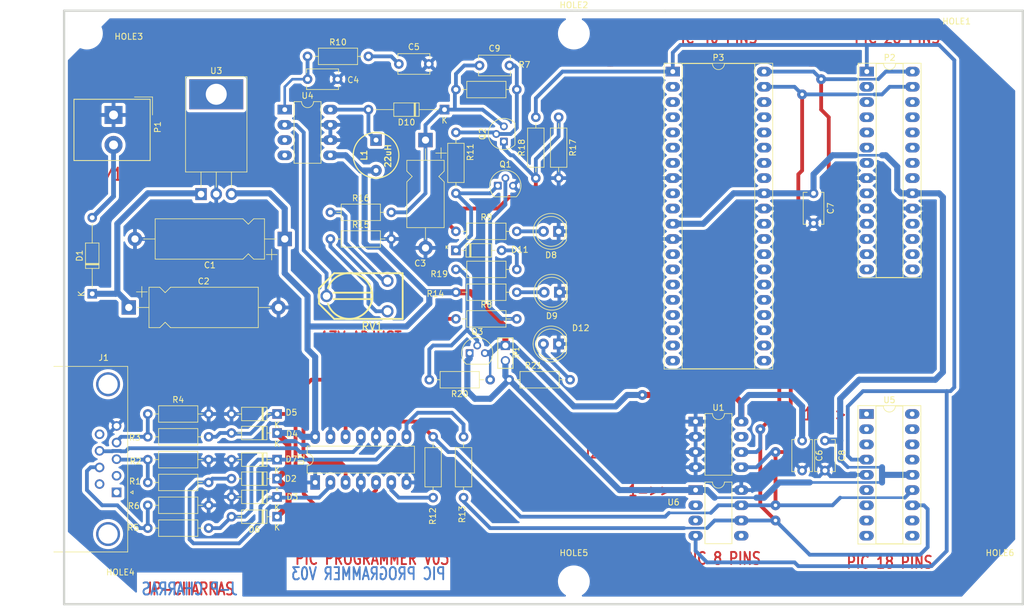
<source format=kicad_pcb>
(kicad_pcb (version 20211014) (generator pcbnew)
  (title_block (title "SERIAL PIC PROGRAMMER"))
  (layers (0 "F.Cu" signal "top_copper") (31 "B.Cu" signal "bottom_copper") (34 "B.Paste" user) (35 "F.Paste" user) (36 "B.SilkS" user "B.Silkscreen") (37 "F.SilkS" user "F.Silkscreen") (38 "B.Mask" user) (39 "F.Mask" user) (44 "Edge.Cuts" user))
  (net 0 "")
  (net 1 "Net-(D1-Pad2)")
  (net 2 "Net-(D2-Pad2)")
  (net 3 "GND")
  (net 4 "VCC")
  (net 5 "VPP")
  (net 6 "VCC_PIC")
  (net 7 "Net-(D4-Pad2)")
  (net 8 "/pic_programmer/PC-CLOCK-OUT")
  (net 9 "VPP-MCLR")
  (net 10 "CLOCK-RB6")
  (net 11 "DATA-RB7")
  (net 12 "Net-(C2-Pad1)")
  (net 13 "Net-(C4-Pad1)")
  (net 14 "Net-(C5-Pad1)")
  (net 15 "Net-(C9-Pad2)")
  (net 16 "Net-(D6-Pad2)")
  (net 17 "Net-(D8-Pad2)")
  (net 18 "Net-(D9-Pad2)")
  (net 19 "Net-(D11-Pad2)")
  (net 20 "Net-(D11-Pad1)")
  (net 21 "Net-(D12-Pad2)")
  (net 22 "Net-(Q1-Pad2)")
  (net 23 "Net-(D10-Pad2)")
  (net 24 "Net-(Q3-Pad2)")
  (net 25 "Net-(R8-Pad1)")
  (net 26 "Net-(R12-Pad1)")
  (net 27 "Net-(R13-Pad1)")
  (net 28 "Net-(R15-Pad1)")
  (net 29 "Net-(R16-Pad1)")
  (net 30 "Net-(RV1-Pad2)")
  (net 31 "Net-(Q2-Pad1)")
  (net 32 "/pic_programmer/VPP_ON")
  (net 33 "/pic_programmer/PC-DATA-OUT")
  (net 34 "/pic_programmer/PC-DATA-IN")
  (footprint "Package_DIP:DIP-40_W15.24mm_Socket_LongPads" (layer "F.Cu") (at 175.26 50.8)
    (fp_text reference "P3")
    (fp_text value "SUPP40")
  )
  (footprint "MountingHole:MountingHole_4.3mm_M4_DIN965" (layer "F.Cu") (at 229.87 44.45)
    (fp_text reference "HOLE1")
    (fp_text value "P***")
  )
  (footprint "MountingHole:MountingHole_4.3mm_M4_DIN965" (layer "F.Cu") (at 229.87 135.89)
    (fp_text reference "HOLE6")
    (fp_text value "P***")
  )
  (footprint "MountingHole:MountingHole_4.3mm_M4_DIN965" (layer "F.Cu") (at 77.47 44.45)
    (fp_text reference "HOLE3")
    (fp_text value "P***")
  )
  (footprint "MountingHole:MountingHole_4.3mm_M4_DIN965" (layer "F.Cu") (at 77.47 135.89)
    (fp_text reference "HOLE4")
    (fp_text value "P***")
  )
  (footprint "MountingHole:MountingHole_4.3mm_M4_DIN965" (layer "F.Cu") (at 158.75 135.89)
    (fp_text reference "HOLE5")
    (fp_text value "P***")
  )
  (footprint "MountingHole:MountingHole_4.3mm_M4_DIN965" (layer "F.Cu") (at 158.75 44.45)
    (fp_text reference "HOLE2")
    (fp_text value "P***")
  )
  (footprint "Package_DIP:DIP-28_W7.62mm_Socket_LongPads" (layer "F.Cu") (at 207.645 50.8)
    (fp_text reference "P2")
    (fp_text value "SUPP28")
  )
  (footprint "Capacitor_THT:CP_Axial_L18.0mm_D6.5mm_P25.00mm_Horizontal" (layer "F.Cu") (at 110.49 78.74 180)
    (fp_text reference "C1")
    (fp_text value "100uF")
  )
  (footprint "Capacitor_THT:CP_Axial_L18.0mm_D6.5mm_P25.00mm_Horizontal" (layer "F.Cu") (at 84.455 90.17)
    (fp_text reference "C2")
    (fp_text value "220uF")
  )
  (footprint "Capacitor_THT:CP_Axial_L11.0mm_D6.0mm_P18.00mm_Horizontal" (layer "F.Cu") (at 133.985 62.23 -90)
    (fp_text reference "C3")
    (fp_text value "22uF/25V")
  )
  (footprint "Capacitor_THT:C_Disc_D5.1mm_W3.2mm_P5.00mm" (layer "F.Cu") (at 114.3 52.07)
    (fp_text reference "C4")
    (fp_text value "0")
  )
  (footprint "Capacitor_THT:C_Disc_D5.1mm_W3.2mm_P5.00mm" (layer "F.Cu") (at 129.54 49.53)
    (fp_text reference "C5")
    (fp_text value "10nF")
  )
  (footprint "Capacitor_THT:C_Disc_D5.1mm_W3.2mm_P5.00mm" (layer "F.Cu") (at 196.85 112.395 -90)
    (fp_text reference "C6")
    (fp_text value "100nF")
  )
  (footprint "Capacitor_THT:C_Disc_D5.1mm_W3.2mm_P5.00mm" (layer "F.Cu") (at 198.755 71.12 -90)
    (fp_text reference "C7")
    (fp_text value "100nF")
  )
  (footprint "Capacitor_THT:C_Disc_D5.1mm_W3.2mm_P5.00mm" (layer "F.Cu") (at 200.66 112.395 -90)
    (fp_text reference "C8")
    (fp_text value "100nF")
  )
  (footprint "Capacitor_THT:C_Disc_D5.1mm_W3.2mm_P5.00mm" (layer "F.Cu") (at 143.002 49.784)
    (fp_text reference "C9")
    (fp_text value "22OnF")
  )
  (footprint "Diode_THT:D_DO-35_SOD27_P12.70mm_Horizontal" (layer "F.Cu") (at 78.359 87.884 90)
    (fp_text reference "D1")
    (fp_text value "1N4004")
  )
  (footprint "Diode_THT:D_DO-35_SOD27_P7.62mm_Horizontal" (layer "F.Cu") (at 109.22 118.745 180)
    (fp_text reference "D2")
    (fp_text value "BAT43")
  )
  (footprint "Diode_THT:D_DO-35_SOD27_P7.62mm_Horizontal" (layer "F.Cu") (at 109.22 121.793 180)
    (fp_text reference "D3")
    (fp_text value "BAT43")
  )
  (footprint "Diode_THT:D_DO-35_SOD27_P7.62mm_Horizontal" (layer "F.Cu") (at 109.22 111.125 180)
    (fp_text reference "D4")
    (fp_text value "BAT43")
  )
  (footprint "Diode_THT:D_DO-35_SOD27_P7.62mm_Horizontal" (layer "F.Cu") (at 109.22 107.95 180)
    (fp_text reference "D5")
    (fp_text value "BAT43")
  )
  (footprint "Diode_THT:D_DO-35_SOD27_P7.62mm_Horizontal" (layer "F.Cu") (at 109.22 125.095 180)
    (fp_text reference "D6")
    (fp_text value "BAT43")
  )
  (footprint "Diode_THT:D_DO-35_SOD27_P7.62mm_Horizontal" (layer "F.Cu") (at 109.22 115.57 180)
    (fp_text reference "D7")
    (fp_text value "BAT43")
  )
  (footprint "LED_THT:LED_D5.0mm" (layer "F.Cu") (at 156.21 77.47 180)
    (fp_text reference "D8")
    (fp_text value "RED-LED")
  )
  (footprint "LED_THT:LED_D5.0mm" (layer "F.Cu") (at 156.337 87.63 180)
    (fp_text reference "D9")
    (fp_text value "GREEN-LED")
  )
  (footprint "Diode_THT:D_DO-35_SOD27_P12.70mm_Horizontal" (layer "F.Cu") (at 137.16 57.15 180)
    (fp_text reference "D10")
    (fp_text value "SCHOTTKY")
  )
  (footprint "Diode_THT:D_DO-35_SOD27_P7.62mm_Horizontal" (layer "F.Cu") (at 139.065 80.645)
    (fp_text reference "D11")
    (fp_text value "BAT43")
  )
  (footprint "LED_THT:LED_D5.0mm" (layer "F.Cu") (at 156.21 96.266 180)
    (fp_text reference "D12")
    (fp_text value "YELLOW-LED")
  )
  (footprint "Connector_Dsub:DSUB-9_Female_Horizontal_P2.77x2.84mm_EdgePinOffset7.70mm_Housed_MountingHolesOffset9.12mm" (layer "F.Cu") (at 82.423 121.031 -90)
    (fp_text reference "J1")
    (fp_text value "DB9-FEMAL")
  )
  (footprint "pin_array:PIN_ARRAY_2X1" (layer "F.Cu") (at 147.32 97.79 -90)
    (fp_text reference "JP1")
    (fp_text value "JUMPER" hide)
  )
  (footprint "inductors:INDUCTOR_V" (layer "F.Cu") (at 125.73 64.77 -90)
    (fp_text reference "L1")
    (fp_text value "22uH")
  )
  (footprint "TerminalBlock_Altech:Altech_AK300_1x02_P5.00mm_45-Degree" (layer "F.Cu") (at 81.915 58.039 -90)
    (fp_text reference "P1")
    (fp_text value "CONN_2")
  )
  (footprint "Package_TO_SOT_THT:TO-92" (layer "F.Cu") (at 146.05 69.85)
    (fp_text reference "Q1")
    (fp_text value "BC237")
  )
  (footprint "Package_TO_SOT_THT:TO-92" (layer "F.Cu") (at 147.066 62.484 90)
    (fp_text reference "Q2")
    (fp_text value "BC307")
  )
  (footprint "Package_TO_SOT_THT:TO-92" (layer "F.Cu") (at 141.351 97.79)
    (fp_text reference "Q3")
    (fp_text value "BC307")
  )
  (footprint "Resistor_THT:R_Axial_DIN0207_L6.3mm_D2.5mm_P10.16mm_Horizontal" (layer "F.Cu") (at 87.63 115.57)
    (fp_text reference "R2")
    (fp_text value "10K")
  )
  (footprint "Resistor_THT:R_Axial_DIN0207_L6.3mm_D2.5mm_P10.16mm_Horizontal" (layer "F.Cu") (at 87.63 111.76)
    (fp_text reference "R3")
    (fp_text value "10K")
  )
  (footprint "Resistor_THT:R_Axial_DIN0207_L6.3mm_D2.5mm_P10.16mm_Horizontal" (layer "F.Cu") (at 87.63 107.95)
    (fp_text reference "R4")
    (fp_text value "10K")
  )
  (footprint "Resistor_THT:R_Axial_DIN0207_L6.3mm_D2.5mm_P10.16mm_Horizontal" (layer "F.Cu") (at 87.63 127)
    (fp_text reference "R5")
    (fp_text value "10K")
  )
  (footprint "Resistor_THT:R_Axial_DIN0207_L6.3mm_D2.5mm_P10.16mm_Horizontal" (layer "F.Cu") (at 87.63 123.19)
    (fp_text reference "R6")
    (fp_text value "10K")
  )
  (footprint "Resistor_THT:R_Axial_DIN0207_L6.3mm_D2.5mm_P10.16mm_Horizontal" (layer "F.Cu") (at 139.065 53.7972)
    (fp_text reference "R7")
    (fp_text value "10K")
  )
  (footprint "Resistor_THT:R_Axial_DIN0207_L6.3mm_D2.5mm_P10.16mm_Horizontal" (layer "F.Cu") (at 139.065 92.075)
    (fp_text reference "R8")
    (fp_text value "1K")
  )
  (footprint "Resistor_THT:R_Axial_DIN0207_L6.3mm_D2.5mm_P10.16mm_Horizontal" (layer "F.Cu") (at 139.065 77.47)
    (fp_text reference "R9")
    (fp_text value "2.2K")
  )
  (footprint "Resistor_THT:R_Axial_DIN0207_L6.3mm_D2.5mm_P10.16mm_Horizontal" (layer "F.Cu") (at 114.3 48.26)
    (fp_text reference "R10")
    (fp_text value "5.1K")
  )
  (footprint "Resistor_THT:R_Axial_DIN0207_L6.3mm_D2.5mm_P10.16mm_Horizontal" (layer "F.Cu") (at 139.065 71.12 90)
    (fp_text reference "R11")
    (fp_text value "22K")
  )
  (footprint "Resistor_THT:R_Axial_DIN0207_L6.3mm_D2.5mm_P10.16mm_Horizontal" (layer "F.Cu") (at 135.255 121.92 90)
    (fp_text reference "R12")
    (fp_text value "470")
  )
  (footprint "Resistor_THT:R_Axial_DIN0207_L6.3mm_D2.5mm_P10.16mm_Horizontal" (layer "F.Cu") (at 140.335 111.76 -90)
    (fp_text reference "R13")
    (fp_text value "470")
  )
  (footprint "Resistor_THT:R_Axial_DIN0207_L6.3mm_D2.5mm_P10.16mm_Horizontal" (layer "F.Cu") (at 139.065 87.63)
    (fp_text reference "R14")
    (fp_text value "470")
  )
  (footprint "Resistor_THT:R_Axial_DIN0207_L6.3mm_D2.5mm_P10.16mm_Horizontal" (layer "F.Cu") (at 118.11 78.74)
    (fp_text reference "R15")
    (fp_text value "6.2K")
  )
  (footprint "Resistor_THT:R_Axial_DIN0207_L6.3mm_D2.5mm_P10.16mm_Horizontal" (layer "F.Cu") (at 156.21 58.42 -90)
    (fp_text reference "R17")
    (fp_text value "22K")
  )
  (footprint "Resistor_THT:R_Axial_DIN0207_L6.3mm_D2.5mm_P10.16mm_Horizontal" (layer "F.Cu") (at 152.4 68.58 90)
    (fp_text reference "R18")
    (fp_text value "220")
  )
  (footprint "Resistor_THT:R_Axial_DIN0207_L6.3mm_D2.5mm_P10.16mm_Horizontal" (layer "F.Cu") (at 149.225 83.82 180)
    (fp_text reference "R19")
    (fp_text value "2.2K")
  )
  (footprint "Resistor_THT:R_Axial_DIN0207_L6.3mm_D2.5mm_P10.16mm_Horizontal" (layer "F.Cu") (at 147.955 102.235)
    (fp_text reference "R21")
    (fp_text value "470")
  )
  (footprint "pic_programmer_fp:RV2X4" (layer "F.Cu") (at 127.635 90.805 180)
    (fp_text reference "RV1")
    (fp_text value "1K")
  )
  (footprint "Package_DIP:DIP-8_W7.62mm_LongPads" (layer "F.Cu") (at 179.07 109.22)
    (fp_text reference "U1")
    (fp_text value "24Cxx")
  )
  (footprint "Package_DIP:DIP-14_W7.62mm_LongPads" (layer "F.Cu") (at 115.57 119.38 90)
    (fp_text reference "U2")
    (fp_text value "74HC125")
  )
  (footprint "Package_TO_SOT_THT:TO-220-3_Horizontal_TabDown" (layer "F.Cu") (at 96.52 71.247)
    (fp_text reference "U3")
    (fp_text value "7805")
  )
  (footprint "Package_DIP:DIP-8_W7.62mm_LongPads" (layer "F.Cu") (at 110.49 57.15)
    (fp_text reference "U4")
    (fp_text value "LT1373")
  )
  (footprint "Package_DIP:DIP-18_W7.62mm_Socket_LongPads" (layer "F.Cu") (at 207.6 107.95)
    (fp_text reference "U5")
    (fp_text value "PIC_18_PINS")
  )
  (footprint "Package_DIP:DIP-8_W7.62mm_LongPads" (layer "F.Cu") (at 179.07 120.65)
    (fp_text reference "U6")
    (fp_text value "PIC_8_PINS")
  )
  (footprint "Resistor_THT:R_Axial_DIN0207_L6.3mm_D2.5mm_P10.16mm_Horizontal" (layer "F.Cu") (at 87.63 119.38)
    (fp_text reference "R1")
    (fp_text value "10K")
  )
  (footprint "Resistor_THT:R_Axial_DIN0207_L6.3mm_D2.5mm_P10.16mm_Horizontal" (layer "F.Cu") (at 144.78 102.235 180)
    (fp_text reference "R20")
    (fp_text value "2.2K")
  )
  (footprint "Resistor_THT:R_Axial_DIN0207_L6.3mm_D2.5mm_P10.16mm_Horizontal" (layer "F.Cu") (at 118.11 74.295)
    (fp_text reference "R16")
    (fp_text value "62K")
  )
  (gr_line (start 173.99 40.64) (end 233.68 40.64) (layer "Edge.Cuts") (width 0.381))
  (gr_line (start 233.68 139.7) (end 73.66 139.7) (layer "Edge.Cuts") (width 0.381))
  (gr_line (start 73.66 40.64) (end 173.99 40.64) (layer "Edge.Cuts") (width 0.381))
  (gr_line (start 73.66 139.7) (end 73.66 40.64) (layer "Edge.Cuts") (width 0.381))
  (gr_line (start 233.68 40.64) (end 233.68 139.7) (layer "Edge.Cuts") (width 0.381))
  (gr_text "PIC 28 PINS" (at 212.725 45.085) (layer "F.Cu") (effects (font (size 2.032 1.524) (thickness 0.3048))))
  (gr_text "PIC 8 PINS" (at 183.515 132.08) (layer "F.Cu") (effects (font (size 2.032 1.524) (thickness 0.3048))))
  (gr_text "VCC ON" (at 163.322 96.901) (layer "F.Cu") (effects (font (size 2.032 1.524) (thickness 0.3048))))
  (gr_text "PIC PROGRAMMER V03" (at 125.095 132.08) (layer "F.Cu") (effects (font (size 2.032 1.524) (thickness 0.3048))))
  (gr_text "1=>>" (at 167.64 48.895) (layer "F.Cu") (effects (font (size 2.032 1.524) (thickness 0.3048))))
  (gr_text "PIC 40 PINS" (at 182.245 45.085) (layer "F.Cu") (effects (font (size 2.032 1.524) (thickness 0.3048))))
  (gr_text "1=>>" (at 171.45 109.22) (layer "F.Cu") (effects (font (size 2.032 1.524) (thickness 0.3048))))
  (gr_text "VPP ON" (at 163.449 76.835) (layer "F.Cu") (effects (font (size 2.032 1.524) (thickness 0.3048))))
  (gr_text "1=>>" (at 201.295 48.895) (layer "F.Cu") (effects (font (size 2.032 1.524) (thickness 0.3048))))
  (gr_text "JP-CHARRAS" (at 94.615 137.16) (layer "F.Cu") (effects (font (size 2.032 1.524) (thickness 0.3048))))
  (gr_text "I2C PROM" (at 166.37 114.3) (layer "F.Cu") (effects (font (size 2.032 1.524) (thickness 0.3048))))
  (gr_text "+8/12V" (at 81.534 67.945) (layer "F.Cu") (effects (font (size 2.032 1.524) (thickness 0.3048))))
  (gr_text "PIC 18 PINS" (at 211.455 132.715) (layer "F.Cu") (effects (font (size 2.032 1.524) (thickness 0.3048))))
  (gr_text "PWR ON" (at 163.449 88.011) (layer "F.Cu") (effects (font (size 2.032 1.524) (thickness 0.3048))))
  (gr_text "13V ADJUST" (at 123.19 95.25) (layer "F.Cu") (effects (font (size 2.032 1.524) (thickness 0.3048))))
  (gr_text "1=>>" (at 171.45 120.65) (layer "F.Cu") (effects (font (size 2.032 1.524) (thickness 0.3048))))
  (gr_text "1=>>" (at 200.66 107.95) (layer "F.Cu") (effects (font (size 2.032 1.524) (thickness 0.3048))))
  (gr_text "PIC PROGRAMMER V03" (at 124.46 134.62) (layer "B.Cu") (effects (font (size 2.032 1.524) (thickness 0.3048)) (justify mirror)))
  (gr_text "J-P CHARRAS" (at 94.615 137.16) (layer "B.Cu") (effects (font (size 2.032 1.524) (thickness 0.3048)) (justify mirror)))
  (segment (start 78.359 75.184) (end 81.915 71.628) (width 0.8) (layer "B.Cu") (net 1))
  (segment (start 81.915 71.628) (end 81.915 63.039) (width 0.8) (layer "B.Cu") (net 1))
  (segment (start 109.22 121.92) (end 116.205 121.92) (width 0.635) (layer "B.Cu") (net 2))
  (segment (start 95.25 129.54) (end 102.87 129.54) (width 0.635) (layer "B.Cu") (net 2))
  (segment (start 97.79 119.38) (end 98.425 118.745) (width 0.635) (layer "B.Cu") (net 2))
  (segment (start 94.615 120.65) (end 94.615 128.905) (width 0.635) (layer "B.Cu") (net 2))
  (segment (start 94.615 128.905) (end 95.25 129.54) (width 0.635) (layer "B.Cu") (net 2))
  (segment (start 106.426 125.984) (end 106.426 123.3932) (width 0.635) (layer "B.Cu") (net 2))
  (segment (start 98.425 118.745) (end 101.6 118.745) (width 0.635) (layer "B.Cu") (net 2))
  (segment (start 118.11 120.015) (end 118.11 119.38) (width 0.635) (layer "B.Cu") (net 2))
  (segment (start 95.885 119.38) (end 94.615 120.65) (width 0.635) (layer "B.Cu") (net 2))
  (segment (start 97.79 119.38) (end 95.885 119.38) (width 0.635) (layer "B.Cu") (net 2))
  (segment (start 107.8992 121.92) (end 109.22 121.92) (width 0.635) (layer "B.Cu") (net 2))
  (segment (start 116.205 121.92) (end 118.11 120.015) (width 0.635) (layer "B.Cu") (net 2))
  (segment (start 102.87 129.54) (end 106.426 125.984) (width 0.635) (layer "B.Cu") (net 2))
  (segment (start 106.426 123.3932) (end 107.8992 121.92) (width 0.635) (layer "B.Cu") (net 2))
  (segment (start 111.0742 116.8908) (end 109.22 118.745) (width 1.016) (layer "F.Cu") (net 4))
  (segment (start 139.065 87.63) (end 141.478 87.63) (width 1.016) (layer "F.Cu") (net 4))
  (segment (start 141.478 87.63) (end 147.32 93.472) (width 1.016) (layer "F.Cu") (net 4))
  (segment (start 111.125 120.65) (end 111.125 123.19) (width 1.016) (layer "F.Cu") (net 4))
  (segment (start 185.42 104.775) (end 186.69 106.045) (width 1.016) (layer "F.Cu") (net 4))
  (segment (start 147.32 93.472) (end 147.32 96.52) (width 1.016) (layer "F.Cu") (net 4))
  (segment (start 111.0742 113.0808) (end 111.0742 116.8908) (width 1.016) (layer "F.Cu") (net 4))
  (segment (start 110.49 112.395) (end 110.49 112.4966) (width 1.016) (layer "F.Cu") (net 4))
  (segment (start 110.49 112.4966) (end 111.0742 113.0808) (width 1.016) (layer "F.Cu") (net 4))
  (segment (start 109.22 118.745) (end 111.125 120.65) (width 1.016) (layer "F.Cu") (net 4))
  (segment (start 186.69 106.045) (end 186.69 109.22) (width 1.016) (layer "F.Cu") (net 4))
  (segment (start 111.125 123.19) (end 109.855 124.46) (width 1.016) (layer "F.Cu") (net 4))
  (segment (start 170.18 104.775) (end 185.42 104.775) (width 1.016) (layer "F.Cu") (net 4))
  (segment (start 109.22 111.125) (end 110.49 112.395) (width 1.016) (layer "F.Cu") (net 4))
  (via (at 170.18 104.775) (size 1.651) (drill 0.6) (layers "F.Cu" "B.Cu") (net 4))
  (segment (start 123.19 67.31) (end 120.65 64.77) (width 1.016) (layer "B.Cu") (net 4))
  (segment (start 101.6 71.12) (end 107.95 71.12) (width 1.016) (layer "B.Cu") (net 4))
  (segment (start 134.62 89.535) (end 134.62 87.63) (width 1.016) (layer "B.Cu") (net 4))
  (segment (start 123.825 67.31) (end 123.19 67.31) (width 1.016) (layer "B.Cu") (net 4))
  (segment (start 147.32 96.52) (end 146.05 96.52) (width 1.016) (layer "B.Cu") (net 4))
  (segment (start 158.75 106.68) (end 165.735 106.68) (width 1.016) (layer "B.Cu") (net 4))
  (segment (start 126.365 80.01) (end 124.46 80.01) (width 1.016) (layer "B.Cu") (net 4))
  (segment (start 118.11 64.77) (end 120.65 64.77) (width 1.016) (layer "B.Cu") (net 4))
  (segment (start 114.3 93.345) (end 114.3 97.155) (width 1.016) (layer "B.Cu") (net 4))
  (segment (start 114.3 93.345) (end 130.81 93.345) (width 1.016) (layer "B.Cu") (net 4))
  (segment (start 114.3 97.155) (end 115.57 98.425) (width 1.016) (layer "B.Cu") (net 4))
  (segment (start 186.69 106.045) (end 187.96 104.775) (width 1.016) (layer "B.Cu") (net 4))
  (segment (start 115.57 98.425) (end 115.57 111.76) (width 1.016) (layer "B.Cu") (net 4))
  (segment (start 130.81 93.345) (end 134.62 89.535) (width 1.016) (layer "B.Cu") (net 4))
  (segment (start 165.735 106.68) (end 167.64 104.775) (width 1.016) (layer "B.Cu") (net 4))
  (segment (start 148.59 96.52) (end 158.75 106.68) (width 1.016) (layer "B.Cu") (net 4))
  (segment (start 124.46 80.01) (end 123.825 79.375) (width 1.016) (layer "B.Cu") (net 4))
  (segment (start 113.3856 111.76) (end 115.57 111.76) (width 1.016) (layer "B.Cu") (net 4))
  (segment (start 196.85 112.395) (end 196.85 106.68) (width 1.016) (layer "B.Cu") (net 4))
  (segment (start 134.62 87.63) (end 133.985 87.63) (width 1.016) (layer "B.Cu") (net 4))
  (segment (start 146.05 96.52) (end 144.78 97.79) (width 1.016) (layer "B.Cu") (net 4))
  (segment (start 144.78 102.235) (end 144.78 97.79) (width 0.4) (layer "B.Cu") (net 4))
  (segment (start 144.78 97.79) (end 143.891 97.79) (width 1.016) (layer "B.Cu") (net 4))
  (segment (start 109.22 111.125) (end 112.7506 111.125) (width 1.016) (layer "B.Cu") (net 4))
  (segment (start 125.73 67.31) (end 123.825 67.31) (width 1.016) (layer "B.Cu") (net 4))
  (segment (start 167.64 104.775) (end 170.18 104.775) (width 1.016) (layer "B.Cu") (net 4))
  (segment (start 139.065 87.63) (end 134.62 87.63) (width 1.016) (layer "B.Cu") (net 4))
  (segment (start 114.3 88.265) (end 114.3 93.345) (width 1.016) (layer "B.Cu") (net 4))
  (segment (start 110.49 73.66) (end 107.95 71.12) (width 1.016) (layer "B.Cu") (net 4))
  (segment (start 196.85 106.68) (end 194.945 104.775) (width 1.016) (layer "B.Cu") (net 4))
  (segment (start 147.32 96.52) (end 148.59 96.52) (width 1.016) (layer "B.Cu") (net 4))
  (segment (start 186.69 109.22) (end 186.69 106.045) (width 1.016) (layer "B.Cu") (net 4))
  (segment (start 112.7506 111.125) (end 113.3856 111.76) (width 1.016) (layer "B.Cu") (net 4))
  (segment (start 133.985 87.63) (end 126.365 80.01) (width 1.016) (layer "B.Cu") (net 4))
  (segment (start 187.96 104.775) (end 194.945 104.775) (width 1.016) (layer "B.Cu") (net 4))
  (segment (start 123.825 79.375) (end 123.825 67.31) (width 1.016) (layer "B.Cu") (net 4))
  (segment (start 110.49 78.74) (end 110.49 73.66) (width 1.016) (layer "B.Cu") (net 4))
  (segment (start 110.49 84.455) (end 114.3 88.265) (width 1.016) (layer "B.Cu") (net 4))
  (segment (start 110.49 78.74) (end 110.49 84.455) (width 1.016) (layer "B.Cu") (net 4))
  (segment (start 138.8872 53.975) (end 139.065 53.7972) (width 0.635) (layer "B.Cu") (net 5))
  (segment (start 138.8872 57.15) (end 138.8872 53.975) (width 0.635) (layer "B.Cu") (net 5))
  (segment (start 137.16 57.15) (end 138.8872 57.15) (width 0.635) (layer "B.Cu") (net 5))
  (segment (start 130.81 74.295) (end 128.27 74.295) (width 0.635) (layer "B.Cu") (net 5))
  (segment (start 133.985 62.23) (end 133.985 71.12) (width 0.635) (layer "B.Cu") (net 5))
  (segment (start 138.8872 57.15) (end 143.51 57.15) (width 0.635) (layer "B.Cu") (net 5))
  (segment (start 133.985 62.23) (end 133.985 59.69) (width 0.635) (layer "B.Cu") (net 5))
  (segment (start 136.525 57.15) (end 137.16 57.15) (width 0.635) (layer "B.Cu") (net 5))
  (segment (start 133.985 71.12) (end 130.81 74.295) (width 0.635) (layer "B.Cu") (net 5))
  (segment (start 139.065 51.181) (end 140.462 49.784) (width 0.635) (layer "B.Cu") (net 5))
  (segment (start 139.065 53.7972) (end 139.065 51.181) (width 0.635) (layer "B.Cu") (net 5))
  (segment (start 143.51 57.15) (end 147.066 59.944) (width 0.635) (layer "B.Cu") (net 5))
  (segment (start 136.525 57.15) (end 133.985 59.69) (width 0.635) (layer "B.Cu") (net 5))
  (segment (start 140.462 49.784) (end 143.002 49.784) (width 0.635) (layer "B.Cu") (net 5))
  (segment (start 190.5 121.92) (end 193.04 119.38) (width 1.016) (layer "B.Cu") (net 6))
  (segment (start 204.47 116.84) (end 210.185 116.84) (width 0.4318) (layer "B.Cu") (net 6))
  (segment (start 219.075 102.235) (end 220.345 100.965) (width 1.016) (layer "B.Cu") (net 6))
  (segment (start 175.26 76.2) (end 180.34 76.2) (width 1.016) (layer "B.Cu") (net 6))
  (segment (start 185.42 71.12) (end 190.5 71.12) (width 1.016) (layer "B.Cu") (net 6))
  (segment (start 210.185 119.38) (end 210.185 118.11) (width 1.016) (layer "B.Cu") (net 6))
  (segment (start 141.351 98.679) (end 141.351 97.79) (width 1.016) (layer "B.Cu") (net 6))
  (segment (start 198.12 119.38) (end 210.185 119.38) (width 0.4318) (layer "B.Cu") (net 6))
  (segment (start 203.2 105.41) (end 203.2 112.395) (width 1.016) (layer "B.Cu") (net 6))
  (segment (start 201.93 64.77) (end 205.74 64.77) (width 1.016) (layer "B.Cu") (net 6))
  (segment (start 166.37 120.65) (end 147.955 102.235) (width 1.016) (layer "B.Cu") (net 6))
  (segment (start 179.07 120.65) (end 180.975 120.65) (width 1.016) (layer "B.Cu") (net 6))
  (segment (start 144.78 105.41) (end 142.24 105.41) (width 1.016) (layer "B.Cu") (net 6))
  (segment (start 220.345 100.965) (end 220.345 71.755) (width 1.016) (layer "B.Cu") (net 6))
  (segment (start 212.725 70.485) (end 213.36 71.12) (width 1.016) (layer "B.Cu") (net 6))
  (segment (start 213.36 71.12) (end 215.265 71.12) (width 1.016) (layer "B.Cu") (net 6))
  (segment (start 189.23 121.92) (end 190.5 121.92) (width 1.016) (layer "B.Cu") (net 6))
  (segment (start 219.71 71.12) (end 215.265 71.12) (width 1.016) (layer "B.Cu") (net 6))
  (segment (start 203.2 112.395) (end 203.2 115.57) (width 1.016) (layer "B.Cu") (net 6))
  (segment (start 203.2 105.41) (end 206.375 102.235) (width 1.016) (layer "B.Cu") (net 6))
  (segment (start 179.07 120.65) (end 166.37 120.65) (width 1.016) (layer "B.Cu") (net 6))
  (segment (start 210.185 118.11) (end 210.185 116.84) (width 1.016) (layer "B.Cu") (net 6))
  (segment (start 147.32 99.06) (end 147.32 101.6) (width 1.016) (layer "B.Cu") (net 6))
  (segment (start 200.66 112.395) (end 203.2 112.395) (width 1.016) (layer "B.Cu") (net 6))
  (segment (start 210.185 64.77) (end 210.82 64.77) (width 1.016) (layer "B.Cu") (net 6))
  (segment (start 210.82 64.77) (end 212.725 66.675) (width 1.016) (layer "B.Cu") (net 6))
  (segment (start 190.5 71.12) (end 198.755 71.12) (width 1.016) (layer "B.Cu") (net 6))
  (segment (start 140.97 99.06) (end 141.351 98.679) (width 1.016) (layer "B.Cu") (net 6))
  (segment (start 198.755 71.12) (end 198.755 67.945) (width 1.016) (layer "B.Cu") (net 6))
  (segment (start 206.375 102.235) (end 219.075 102.235) (width 1.016) (layer "B.Cu") (net 6))
  (segment (start 198.755 67.945) (end 201.93 64.77) (width 1.016) (layer "B.Cu") (net 6))
  (segment (start 142.24 105.41) (end 140.97 104.14) (width 1.016) (layer "B.Cu") (net 6))
  (segment (start 140.97 104.14) (end 140.97 99.06) (width 1.016) (layer "B.Cu") (net 6))
  (segment (start 205.74 64.77) (end 210.185 64.77) (width 0.4318) (layer "B.Cu") (net 6))
  (segment (start 182.245 121.92) (end 189.23 121.92) (width 0.4318) (layer "B.Cu") (net 6))
  (segment (start 193.04 119.38) (end 198.12 119.38) (width 1.016) (layer "B.Cu") (net 6))
  (segment (start 203.2 115.57) (end 204.47 116.84) (width 0.635) (layer "B.Cu") (net 6))
  (segment (start 147.955 102.235) (end 144.78 105.41) (width 1.016) (layer "B.Cu") (net 6))
  (segment (start 212.725 66.675) (end 212.725 70.485) (width 1.016) (layer "B.Cu") (net 6))
  (segment (start 220.345 71.755) (end 219.71 71.12) (width 1.016) (layer "B.Cu") (net 6))
  (segment (start 147.32 101.6) (end 147.955 102.235) (width 1.016) (layer "B.Cu") (net 6))
  (segment (start 210.185 118.11) (end 215.265 118.11) (width 1.016) (layer "B.Cu") (net 6))
  (segment (start 180.975 120.65) (end 182.245 121.92) (width 1.016) (layer "B.Cu") (net 6))
  (segment (start 180.34 76.2) (end 185.42 71.12) (width 1.016) (layer "B.Cu") (net 6))
  (segment (start 112.2934 117.3734) (end 113.665 118.745) (width 0.635) (layer "F.Cu") (net 7))
  (segment (start 125.73 120.65) (end 125.73 119.38) (width 0.635) (layer "F.Cu") (net 7))
  (segment (start 109.22 107.95) (end 111.125 107.95) (width 0.635) (layer "F.Cu") (net 7))
  (segment (start 111.125 107.95) (end 112.2934 109.1184) (width 0.635) (layer "F.Cu") (net 7))
  (segment (start 123.19 123.19) (end 125.73 120.65) (width 0.635) (layer "F.Cu") (net 7))
  (segment (start 112.2934 109.1184) (end 112.2934 117.3734) (width 0.635) (layer "F.Cu") (net 7))
  (segment (start 115.57 123.19) (end 123.19 123.19) (width 0.635) (layer "F.Cu") (net 7))
  (segment (start 113.665 118.745) (end 113.665 121.285) (width 0.635) (layer "F.Cu") (net 7))
  (segment (start 113.665 121.285) (end 115.57 123.19) (width 0.635) (layer "F.Cu") (net 7))
  (segment (start 107.95 107.95) (end 109.22 107.95) (width 0.635) (layer "B.Cu") (net 7))
  (segment (start 106.807 109.093) (end 107.95 107.95) (width 0.635) (layer "B.Cu") (net 7))
  (segment (start 106.807 109.22) (end 104.775 111.252) (width 0.635) (layer "B.Cu") (net 7))
  (segment (start 106.807 109.22) (end 106.807 109.093) (width 0.635) (layer "B.Cu") (net 7))
  (segment (start 104.775 111.252) (end 101.727 111.252) (width 0.635) (layer "B.Cu") (net 7))
  (segment (start 99.695 111.125) (end 101.6 111.125) (width 0.635) (layer "B.Cu") (net 7))
  (segment (start 97.79 111.76) (end 99.06 111.76) (width 0.635) (layer "B.Cu") (net 7))
  (segment (start 101.727 111.252) (end 101.6 111.125) (width 0.635) (layer "B.Cu") (net 7))
  (segment (start 99.06 111.76) (end 99.695 111.125) (width 0.635) (layer "B.Cu") (net 7))
  (segment (start 82.55 123.19) (end 80.01 123.19) (width 0.635) (layer "B.Cu") (net 8))
  (segment (start 80.01 123.19) (end 77.47 120.65) (width 0.635) (layer "B.Cu") (net 8))
  (segment (start 77.47 117.475) (end 78.105 116.84) (width 0.635) (layer "B.Cu") (net 8))
  (segment (start 87.63 127) (end 87.63 123.19) (width 0.635) (layer "B.Cu") (net 8))
  (segment (start 78.105 116.84) (end 80.01 116.84) (width 0.635) (layer "B.Cu") (net 8))
  (segment (start 77.47 120.65) (end 77.47 117.475) (width 0.635) (layer "B.Cu") (net 8))
  (segment (start 87.63 127) (end 86.36 127) (width 0.635) (layer "B.Cu") (net 8))
  (segment (start 86.36 127) (end 82.55 123.19) (width 0.635) (layer "B.Cu") (net 8))
  (segment (start 218.44 133.35) (end 220.98 130.81) (width 0.635) (layer "B.Cu") (net 9))
  (segment (start 207.645 46.355) (end 176.53 46.355) (width 0.635) (layer "B.Cu") (net 9))
  (segment (start 222.25 48.895) (end 219.71 46.355) (width 0.635) (layer "B.Cu") (net 9))
  (segment (start 221.615 104.14) (end 220.98 104.14) (width 0.635) (layer "B.Cu") (net 9))
  (segment (start 207.645 50.8) (end 207.645 46.355) (width 0.635) (layer "B.Cu") (net 9))
  (segment (start 205.105 115.57) (end 204.47 114.935) (width 0.635) (layer "B.Cu") (net 9))
  (segment (start 207.645 115.57) (end 205.105 115.57) (width 0.635) (layer "B.Cu") (net 9))
  (segment (start 156.845 50.8) (end 152.4 55.245) (width 0.635) (layer "B.Cu") (net 9))
  (segment (start 179.07 130.81) (end 179.07 128.27) (width 0.635) (layer "B.Cu") (net 9))
  (segment (start 221.615 104.14) (end 222.25 103.505) (width 0.635) (layer "B.Cu") (net 9))
  (segment (start 222.25 48.895) (end 222.25 103.505) (width 0.635) (layer "B.Cu") (net 9))
  (segment (start 175.26 47.625) (end 176.53 46.355) (width 0.635) (layer "B.Cu") (net 9))
  (segment (start 175.26 50.8) (end 175.26 47.625) (width 0.635) (layer "B.Cu") (net 9))
  (segment (start 220.98 130.81) (end 220.98 104.14) (width 0.635) (layer "B.Cu") (net 9))
  (segment (start 195.58 132.715) (end 196.215 133.35) (width 0.635) (layer "B.Cu") (net 9))
  (segment (start 152.4 55.245) (end 152.4 58.42) (width 0.635) (layer "B.Cu") (net 9))
  (segment (start 179.07 130.81) (end 180.975 132.715) (width 0.635) (layer "B.Cu") (net 9))
  (segment (start 156.845 50.8) (end 175.26 50.8) (width 0.635) (layer "B.Cu") (net 9))
  (segment (start 204.47 114.935) (end 204.47 106.68) (width 0.635) (layer "B.Cu") (net 9))
  (segment (start 219.71 46.355) (end 207.645 46.355) (width 0.635) (layer "B.Cu") (net 9))
  (segment (start 204.47 106.68) (end 207.01 104.14) (width 0.635) (layer "B.Cu") (net 9))
  (segment (start 196.215 133.35) (end 218.44 133.35) (width 0.635) (layer "B.Cu") (net 9))
  (segment (start 195.58 132.715) (end 180.975 132.715) (width 0.635) (layer "B.Cu") (net 9))
  (segment (start 207.01 104.14) (end 220.98 104.14) (width 0.635) (layer "B.Cu") (net 9))
  (segment (start 196.215 67.945) (end 196.85 67.31) (width 0.635) (layer "F.Cu") (net 10))
  (segment (start 189.865 123.19) (end 192.405 125.73) (width 0.635) (layer "F.Cu") (net 10))
  (segment (start 189.865 110.49) (end 189.865 123.19) (width 0.635) (layer "F.Cu") (net 10))
  (segment (start 196.85 67.31) (end 196.85 54.61) (width 0.635) (layer "F.Cu") (net 10))
  (segment (start 193.04 107.315) (end 193.04 75.565) (width 0.635) (layer "F.Cu") (net 10))
  (segment (start 196.215 72.39) (end 196.215 67.945) (width 0.635) (layer "F.Cu") (net 10))
  (segment (start 193.04 107.315) (end 189.865 110.49) (width 0.635) (layer "F.Cu") (net 10))
  (segment (start 193.04 75.565) (end 196.215 72.39) (width 0.635) (layer "F.Cu") (net 10))
  (via (at 189.865 110.49) (size 1.651) (drill 0.6) (layers "F.Cu" "B.Cu") (net 10))
  (via (at 192.405 125.73) (size 1.651) (drill 0.6) (layers "F.Cu" "B.Cu") (net 10))
  (via (at 196.85 54.61) (size 1.651) (drill 0.6) (layers "F.Cu" "B.Cu") (net 10))
  (segment (start 190.5 53.34) (end 195.58 53.34) (width 0.635) (layer "B.Cu") (net 10))
  (segment (start 217.17 123.19) (end 215.265 123.19) (width 0.635) (layer "B.Cu") (net 10))
  (segment (start 144.78 127) (end 177.165 127) (width 0.635) (layer "B.Cu") (net 10))
  (segment (start 177.165 127) (end 180.975 127) (width 0.4318) (layer "B.Cu") (net 10))
  (segment (start 182.245 125.73) (end 180.975 127) (width 0.635) (layer "B.Cu") (net 10))
  (segment (start 216.535 131.445) (end 217.805 130.175) (width 0.635) (layer "B.Cu") (net 10))
  (segment (start 182.245 125.73) (end 186.69 125.73) (width 0.635) (layer "B.Cu") (net 10))
  (segment (start 189.865 113.665) (end 189.23 114.3) (width 0.635) (layer "B.Cu") (net 10))
  (segment (start 211.455 53.34) (end 210.185 54.61) (width 0.635) (layer "B.Cu") (net 10))
  (segment (start 198.12 131.445) (end 216.535 131.445) (width 0.635) (layer "B.Cu") (net 10))
  (segment (start 205.74 54.61) (end 208.915 54.61) (width 0.4318) (layer "B.Cu") (net 10))
  (segment (start 196.85 54.61) (end 205.74 54.61) (width 0.635) (layer "B.Cu") (net 10))
  (segment (start 217.805 130.175) (end 217.805 123.825) (width 0.635) (layer "B.Cu") (net 10))
  (segment (start 210.185 54.61) (end 208.915 54.61) (width 0.635) (layer "B.Cu") (net 10))
  (segment (start 189.23 114.3) (end 186.69 114.3) (width 0.635) (layer "B.Cu") (net 10))
  (segment (start 211.455 53.34) (end 215.265 53.34) (width 0.635) (layer "B.Cu") (net 10))
  (segment (start 189.865 110.49) (end 189.865 113.665) (width 0.635) (layer "B.Cu") (net 10))
  (segment (start 140.335 122.555) (end 144.78 127) (width 0.635) (layer "B.Cu") (net 10))
  (segment (start 192.405 125.73) (end 198.12 131.445) (width 0.635) (layer "B.Cu") (net 10))
  (segment (start 195.58 53.34) (end 196.85 54.61) (width 0.635) (layer "B.Cu") (net 10))
  (segment (start 140.335 121.92) (end 140.335 122.555) (width 0.635) (layer "B.Cu") (net 10))
  (segment (start 186.69 125.73) (end 192.405 125.73) (width 0.635) (layer "B.Cu") (net 10))
  (segment (start 217.805 123.825) (end 217.17 123.19) (width 0.635) (layer "B.Cu") (net 10))
  (segment (start 120.65 109.855) (end 121.285 109.22) (width 0.635) (layer "F.Cu") (net 11))
  (segment (start 120.65 111.76) (end 120.65 109.855) (width 0.635) (layer "F.Cu") (net 11))
  (segment (start 201.295 85.09) (end 194.945 91.44) (width 0.635) (layer "F.Cu") (net 11))
  (segment (start 121.285 109.22) (end 132.715 109.22) (width 0.635) (layer "F.Cu") (net 11))
  (segment (start 192.405 114.3) (end 192.405 123.19) (width 0.635) (layer "F.Cu") (net 11))
  (segment (start 194.31 114.3) (end 192.405 114.3) (width 0.635) (layer "F.Cu") (net 11))
  (segment (start 194.945 113.665) (end 194.31 114.3) (width 0.635) (layer "F.Cu") (net 11))
  (segment (start 200.025 57.15) (end 200.025 52.07) (width 0.635) (layer "F.Cu") (net 11))
  (segment (start 200.025 57.15) (end 201.295 58.42) (width 0.635) (layer "F.Cu") (net 11))
  (segment (start 194.945 91.44) (end 194.945 113.665) (width 0.635) (layer "F.Cu") (net 11))
  (segment (start 201.295 58.42) (end 201.295 85.09) (width 0.635) (layer "F.Cu") (net 11))
  (segment (start 132.715 109.22) (end 135.255 111.76) (width 0.635) (layer "F.Cu") (net 11))
  (via (at 192.405 114.3) (size 1.651) (drill 0.6) (layers "F.Cu" "B.Cu") (net 11))
  (via (at 192.405 123.19) (size 1.651) (drill 0.6) (layers "F.Cu" "B.Cu") (net 11))
  (via (at 200.025 52.07) (size 1.651) (drill 0.6) (layers "F.Cu" "B.Cu") (net 11))
  (segment (start 135.255 111.76) (end 137.795 114.3) (width 0.635) (layer "B.Cu") (net 11))
  (segment (start 181.61 124.46) (end 182.88 123.19) (width 0.635) (layer "B.Cu") (net 11))
  (segment (start 189.23 116.84) (end 186.69 116.84) (width 0.635) (layer "B.Cu") (net 11))
  (segment (start 182.88 123.19) (end 186.69 123.19) (width 0.635) (layer "B.Cu") (net 11))
  (segment (start 209.55 52.07) (end 210.82 50.8) (width 0.635) (layer "B.Cu") (net 11))
  (segment (start 215.265 50.8) (end 210.82 50.8) (width 0.635) (layer "B.Cu") (net 11))
  (segment (start 149.86 125.095) (end 173.99 125.095) (width 0.635) (layer "B.Cu") (net 11))
  (segment (start 198.755 50.8) (end 200.025 52.07) (width 0.635) (layer "B.Cu") (net 11))
  (segment (start 192.405 114.3) (end 191.77 114.3) (width 0.635) (layer "B.Cu") (net 11))
  (segment (start 200.025 52.07) (end 205.74 52.07) (width 0.635) (layer "B.Cu") (net 11))
  (segment (start 173.99 125.095) (end 174.625 124.46) (width 0.635) (layer "B.Cu") (net 11))
  (segment (start 201.93 123.19) (end 203.2 121.92) (width 0.635) (layer "B.Cu") (net 11))
  (segment (start 190.5 50.8) (end 198.755 50.8) (width 0.635) (layer "B.Cu") (net 11))
  (segment (start 139.065 114.3) (end 149.86 125.095) (width 0.635) (layer "B.Cu") (net 11))
  (segment (start 186.69 123.19) (end 192.405 123.19) (width 0.635) (layer "B.Cu") (net 11))
  (segment (start 203.2 121.92) (end 213.995 121.92) (width 0.4318) (layer "B.Cu") (net 11))
  (segment (start 191.77 114.3) (end 189.23 116.84) (width 0.635) (layer "B.Cu") (net 11))
  (segment (start 174.625 124.46) (end 181.61 124.46) (width 0.4318) (layer "B.Cu") (net 11))
  (segment (start 137.795 114.3) (end 139.065 114.3) (width 0.635) (layer "B.Cu") (net 11))
  (segment (start 192.405 123.19) (end 201.93 123.19) (width 0.635) (layer "B.Cu") (net 11))
  (segment (start 205.74 52.07) (end 209.55 52.07) (width 0.4318) (layer "B.Cu") (net 11))
  (segment (start 213.995 121.92) (end 215.265 120.65) (width 0.635) (layer "B.Cu") (net 11))
  (segment (start 82.55 76.2) (end 87.63 71.12) (width 1.016) (layer "B.Cu") (net 12))
  (segment (start 82.296 87.884) (end 78.359 87.884) (width 1.016) (layer "B.Cu") (net 12))
  (segment (start 82.55 87.63) (end 82.55 76.2) (width 1.016) (layer "B.Cu") (net 12))
  (segment (start 84.455 89.535) (end 82.55 87.63) (width 1.016) (layer "B.Cu") (net 12))
  (segment (start 87.63 71.12) (end 96.52 71.12) (width 1.016) (layer "B.Cu") (net 12))
  (segment (start 82.55 87.63) (end 82.296 87.884) (width 1.016) (layer "B.Cu") (net 12))
  (segment (start 84.455 90.17) (end 84.455 89.535) (width 1.016) (layer "B.Cu") (net 12))
  (segment (start 114.3 48.26) (end 114.3 52.07) (width 0.635) (layer "B.Cu") (net 13))
  (segment (start 110.49 57.15) (end 110.49 53.34) (width 0.4318) (layer "B.Cu") (net 13))
  (segment (start 111.76 52.07) (end 114.3 52.07) (width 0.4318) (layer "B.Cu") (net 13))
  (segment (start 110.49 53.34) (end 111.76 52.07) (width 0.4318) (layer "B.Cu") (net 13))
  (segment (start 128.27 48.26) (end 129.54 49.53) (width 0.635) (layer "B.Cu") (net 14))
  (segment (start 124.46 48.26) (end 128.27 48.26) (width 0.635) (layer "B.Cu") (net 14))
  (segment (start 145.542 60.96) (end 145.796 61.214) (width 0.635) (layer "B.Cu") (net 15))
  (segment (start 149.225 60.198) (end 148.209 61.214) (width 0.635) (layer "B.Cu") (net 15))
  (segment (start 149.225 50.165) (end 149.225 60.198) (width 0.635) (layer "B.Cu") (net 15))
  (segment (start 139.065 60.96) (end 145.542 60.96) (width 0.635) (layer "B.Cu") (net 15))
  (segment (start 148.082 49.784) (end 148.844 49.784) (width 0.635) (layer "B.Cu") (net 15))
  (segment (start 148.209 61.214) (end 145.796 61.214) (width 0.635) (layer "B.Cu") (net 15))
  (segment (start 148.844 49.784) (end 149.225 50.165) (width 0.635) (layer "B.Cu") (net 15))
  (segment (start 109.22 115.57) (end 125.73 115.57) (width 0.635) (layer "B.Cu") (net 16))
  (segment (start 103.8098 125.095) (end 101.6 125.095) (width 0.635) (layer "B.Cu") (net 16))
  (segment (start 99.695 127) (end 101.6 125.095) (width 0.635) (layer "B.Cu") (net 16))
  (segment (start 106.045 115.57) (end 104.9274 116.6876) (width 0.635) (layer "B.Cu") (net 16))
  (segment (start 99.695 127) (end 97.79 127) (width 0.635) (layer "B.Cu") (net 16))
  (segment (start 128.27 111.76) (end 128.27 113.03) (width 0.635) (layer "B.Cu") (net 16))
  (segment (start 104.9274 123.9774) (end 103.8098 125.095) (width 0.635) (layer "B.Cu") (net 16))
  (segment (start 128.27 113.03) (end 125.73 115.57) (width 0.635) (layer "B.Cu") (net 16))
  (segment (start 104.9274 116.6876) (end 104.9274 123.9774) (width 0.635) (layer "B.Cu") (net 16))
  (segment (start 109.22 115.57) (end 106.045 115.57) (width 0.635) (layer "B.Cu") (net 16))
  (segment (start 153.67 77.47) (end 149.225 77.47) (width 0.635) (layer "B.Cu") (net 17))
  (segment (start 153.67 87.63) (end 149.225 87.63) (width 0.635) (layer "B.Cu") (net 18))
  (segment (start 149.225 81.28) (end 149.225 83.82) (width 0.635) (layer "B.Cu") (net 19))
  (segment (start 148.59 80.645) (end 149.225 81.28) (width 0.635) (layer "B.Cu") (net 19))
  (segment (start 146.685 80.645) (end 148.59 80.645) (width 0.635) (layer "B.Cu") (net 19))
  (segment (start 141.605 73.66) (end 141.605 78.105) (width 0.635) (layer "B.Cu") (net 20))
  (segment (start 144.78 71.12) (end 139.065 71.12) (width 0.635) (layer "B.Cu") (net 20))
  (segment (start 139.065 71.12) (end 141.605 73.66) (width 0.635) (layer "B.Cu") (net 20))
  (segment (start 144.78 71.12) (end 146.05 69.85) (width 0.635) (layer "B.Cu") (net 20))
  (segment (start 141.605 78.105) (end 139.065 80.645) (width 0.635) (layer "B.Cu") (net 20))
  (segment (start 153.67 97.79) (end 153.67 96.266) (width 0.635) (layer "B.Cu") (net 21))
  (segment (start 153.67 97.79) (end 158.115 102.235) (width 0.635) (layer "B.Cu") (net 21))
  (segment (start 144.78 90.17) (end 146.685 92.075) (width 0.635) (layer "B.Cu") (net 22))
  (segment (start 146.685 92.075) (end 149.225 92.075) (width 0.635) (layer "B.Cu") (net 22))
  (segment (start 147.32 68.58) (end 147.32 73.025) (width 0.635) (layer "B.Cu") (net 22))
  (segment (start 144.78 75.565) (end 144.78 90.17) (width 0.635) (layer "B.Cu") (net 22))
  (segment (start 147.32 73.025) (end 144.78 75.565) (width 0.635) (layer "B.Cu") (net 22))
  (segment (start 118.11 57.15) (end 124.46 57.15) (width 0.635) (layer "B.Cu") (net 23))
  (segment (start 124.46 57.15) (end 124.46 60.96) (width 0.635) (layer "B.Cu") (net 23))
  (segment (start 124.46 60.96) (end 125.73 62.23) (width 0.635) (layer "B.Cu") (net 23))
  (segment (start 142.621 95.631) (end 142.621 96.52) (width 0.635) (layer "B.Cu") (net 24))
  (segment (start 138.303 96.52) (end 140.97 93.853) (width 0.635) (layer "B.Cu") (net 24))
  (segment (start 140.97 85.09) (end 139.7 83.82) (width 0.635) (layer "B.Cu") (net 24))
  (segment (start 134.62 97.155) (end 134.62 102.235) (width 0.635) (layer "B.Cu") (net 24))
  (segment (start 140.97 93.98) (end 142.621 95.631) (width 0.635) (layer "B.Cu") (net 24))
  (segment (start 135.255 96.52) (end 134.62 97.155) (width 0.635) (layer "B.Cu") (net 24))
  (segment (start 139.7 83.82) (end 139.065 83.82) (width 0.635) (layer "B.Cu") (net 24))
  (segment (start 135.255 96.52) (end 138.303 96.52) (width 0.635) (layer "B.Cu") (net 24))
  (segment (start 140.97 85.09) (end 140.97 93.853) (width 0.635) (layer "B.Cu") (net 24))
  (segment (start 140.97 93.853) (end 140.97 93.98) (width 0.635) (layer "B.Cu") (net 24))
  (segment (start 113.6142 103.5558) (end 113.6142 114.8842) (width 0.635) (layer "F.Cu") (net 25))
  (segment (start 114.935 102.235) (end 113.6142 103.5558) (width 0.635) (layer "F.Cu") (net 25))
  (segment (start 120.015 116.205) (end 120.65 116.84) (width 0.635) (layer "F.Cu") (net 25))
  (segment (start 135.89 92.075) (end 125.73 102.235) (width 0.635) (layer "F.Cu") (net 25))
  (segment (start 114.935 116.205) (end 120.015 116.205) (width 0.635) (layer "F.Cu") (net 25))
  (segment (start 113.6142 114.8842) (end 114.935 116.205) (width 0.635) (layer "F.Cu") (net 25))
  (segment (start 125.73 102.235) (end 114.935 102.235) (width 0.635) (layer "F.Cu") (net 25))
  (segment (start 120.65 116.84) (end 120.65 119.38) (width 0.635) (layer "F.Cu") (net 25))
  (segment (start 139.065 92.075) (end 135.89 92.075) (width 0.635) (layer "F.Cu") (net 25))
  (segment (start 128.27 120.65) (end 129.54 121.92) (width 0.635) (layer "B.Cu") (net 26))
  (segment (start 129.54 121.92) (end 135.255 121.92) (width 0.635) (layer "B.Cu") (net 26))
  (segment (start 128.27 119.38) (end 128.27 120.65) (width 0.635) (layer "B.Cu") (net 26))
  (segment (start 132.6896 107.7468) (end 138.4046 107.7468) (width 0.635) (layer "B.Cu") (net 27))
  (segment (start 138.4046 107.7468) (end 140.335 109.6772) (width 0.635) (layer "B.Cu") (net 27))
  (segment (start 130.81 109.6264) (end 132.6896 107.7468) (width 0.635) (layer "B.Cu") (net 27))
  (segment (start 140.335 109.6772) (end 140.335 111.76) (width 0.635) (layer "B.Cu") (net 27))
  (segment (start 130.81 111.76) (end 130.81 109.6264) (width 0.635) (layer "B.Cu") (net 27))
  (segment (start 118.11 80.01) (end 124.46 86.36) (width 0.635) (layer "B.Cu") (net 28))
  (segment (start 125.73 90.805) (end 127.635 90.805) (width 0.635) (layer "B.Cu") (net 28))
  (segment (start 124.46 89.535) (end 125.73 90.805) (width 0.635) (layer "B.Cu") (net 28))
  (segment (start 124.46 86.36) (end 124.46 89.535) (width 0.635) (layer "B.Cu") (net 28))
  (segment (start 118.11 78.74) (end 118.11 80.01) (width 0.635) (layer "B.Cu") (net 28))
  (segment (start 127.635 85.725) (end 127 85.725) (width 0.635) (layer "B.Cu") (net 29))
  (segment (start 120.015 74.295) (end 118.11 74.295) (width 0.635) (layer "B.Cu") (net 29))
  (segment (start 120.65 74.93) (end 120.015 74.295) (width 0.635) (layer "B.Cu") (net 29))
  (segment (start 120.65 79.375) (end 120.65 74.93) (width 0.635) (layer "B.Cu") (net 29))
  (segment (start 127 85.725) (end 120.65 79.375) (width 0.635) (layer "B.Cu") (net 29))
  (segment (start 112.395 59.69) (end 113.665 60.96) (width 0.635) (layer "B.Cu") (net 30))
  (segment (start 113.665 60.96) (end 113.665 80.645) (width 0.635) (layer "B.Cu") (net 30))
  (segment (start 113.665 80.645) (end 117.475 84.455) (width 0.635) (layer "B.Cu") (net 30))
  (segment (start 117.475 84.455) (end 117.475 88.265) (width 0.635) (layer "B.Cu") (net 30))
  (segment (start 110.49 59.69) (end 112.395 59.69) (width 0.635) (layer "B.Cu") (net 30))
  (segment (start 137.795 76.2) (end 139.065 77.47) (width 0.635) (layer "F.Cu") (net 31))
  (segment (start 137.795 74.93) (end 137.795 76.2) (width 0.635) (layer "F.Cu") (net 31))
  (segment (start 146.05 73.66) (end 147.955 71.755) (width 0.635) (layer "F.Cu") (net 31))
  (segment (start 152.4 68.58) (end 152.4 69.85) (width 0.635) (layer "F.Cu") (net 31))
  (segment (start 137.795 74.93) (end 139.065 73.66) (width 0.635) (layer "F.Cu") (net 31))
  (segment (start 147.955 71.755) (end 150.495 71.755) (width 0.635) (layer "F.Cu") (net 31))
  (segment (start 150.495 71.755) (end 152.4 69.85) (width 0.635) (layer "F.Cu") (net 31))
  (segment (start 139.065 73.66) (end 146.05 73.66) (width 0.635) (layer "F.Cu") (net 31))
  (segment (start 156.21 61.595) (end 152.4 65.405) (width 0.635) (layer "B.Cu") (net 31))
  (segment (start 156.21 58.42) (end 156.21 61.595) (width 0.635) (layer "B.Cu") (net 31))
  (segment (start 148.59 64.77) (end 148.209 64.77) (width 0.635) (layer "B.Cu") (net 31))
  (segment (start 148.209 64.77) (end 147.066 63.627) (width 0.635) (layer "B.Cu") (net 31))
  (segment (start 147.066 63.627) (end 147.066 62.484) (width 0.635) (layer "B.Cu") (net 31))
  (segment (start 152.4 65.405) (end 152.4 68.58) (width 0.635) (layer "B.Cu") (net 31))
  (segment (start 148.59 64.77) (end 152.4 68.58) (width 0.635) (layer "B.Cu") (net 31))
  (segment (start 87.63 115.57) (end 82.55 115.57) (width 0.635) (layer "B.Cu") (net 32))
  (segment (start 87.63 119.38) (end 87.63 115.57) (width 0.635) (layer "B.Cu") (net 32))
  (segment (start 87.63 111.76) (end 87.63 107.95) (width 0.635) (layer "B.Cu") (net 33))
  (segment (start 82.55 112.776) (end 82.55 112.395) (width 0.635) (layer "B.Cu") (net 33))
  (segment (start 83.185 111.76) (end 87.63 111.76) (width 0.635) (layer "B.Cu") (net 33))
  (segment (start 82.55 112.395) (end 83.185 111.76) (width 0.635) (layer "B.Cu") (net 33))
  (segment (start 80.01 114.173) (end 81.711178 114.173) (width 0.635) (layer "B.Cu") (net 34))
  (segment (start 113.03 114.3) (end 121.92 114.3) (width 0.635) (layer "B.Cu") (net 34))
  (segment (start 83.134822 114.173) (end 83.947 114.173) (width 0.635) (layer "B.Cu") (net 34))
  (segment (start 83.081321 114.119499) (end 83.134822 114.173) (width 0.635) (layer "B.Cu") (net 34))
  (segment (start 81.764679 114.119499) (end 83.081321 114.119499) (width 0.635) (layer "B.Cu") (net 34))
  (segment (start 123.19 113.03) (end 123.19 111.76) (width 0.635) (layer "B.Cu") (net 34))
  (segment (start 112.395 113.665) (end 113.03 114.3) (width 0.635) (layer "B.Cu") (net 34))
  (segment (start 121.92 114.3) (end 123.19 113.03) (width 0.635) (layer "B.Cu") (net 34))
  (segment (start 81.711178 114.173) (end 81.764679 114.119499) (width 0.635) (layer "B.Cu") (net 34))
  (segment (start 83.947 114.173) (end 84.455 113.665) (width 0.635) (layer "B.Cu") (net 34))
  (segment (start 84.455 113.665) (end 112.395 113.665) (width 0.635) (layer "B.Cu") (net 34))
  (zone (net 3) (net_name "GND") (layer "B.Cu") (connect_pads (clearance 0.508)) (min_thickness 0.3) (fill yes (thermal_gap 0.508) (thermal_bridge_width 0.635))
    (polygon (pts (xy 223.52 138.43) (xy 232.41 128.905) (xy 232.41 53.975) (xy 219.71 41.91) (xy 81.28 41.91) (xy 74.295 48.895) (xy 74.295 127.635) (xy 86.36 138.43)))
  )
)
</source>
